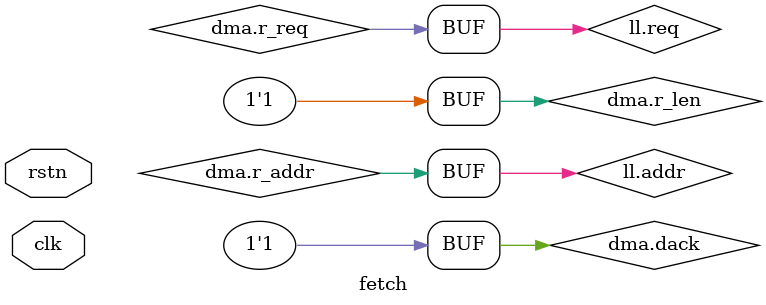
<source format=sv>
module fetch(
    input   clk,
    input   rstn,

    link.ack  ll,// link list

    dma.req   dma ,// dma interface

);

assign dma.r_req  = ll.req;
assign dma.r_addr = ll.addr;
assign dma.r_len  = 4*6-1;
assign dma.dack   = 1'b1;

assign ll.ack     = dma.r_ack;
assign ll.dvld     = dma.vald;
assign ll.rdata    = dma.rdata;

always@(posedge clk or negedge rstn)
begin
    if(!rstn)
        ll.dcnt <= 'd0;
    else if(ll.req && ll.ack)
        ll.dcnt <= 'd0;
    else if(ll.dvld)
        ll.dcnt <= ll.dcnt + 'd1 ;
end
endmodule

</source>
